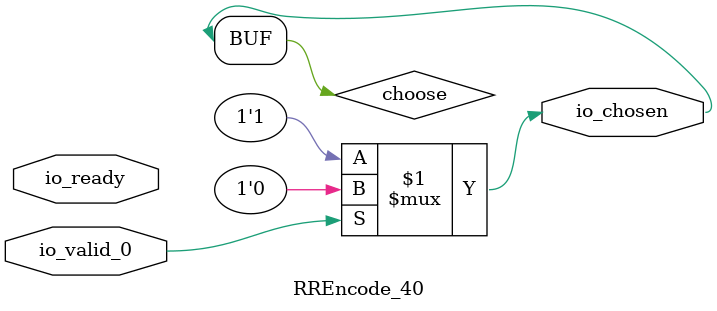
<source format=v>
module RREncode_40(
    input  io_valid_0,
    output io_chosen,
    input  io_ready);
  wire choose;
  assign io_chosen = choose;
  assign choose = io_valid_0 ? 1'h0 : 1'h1;
endmodule
</source>
